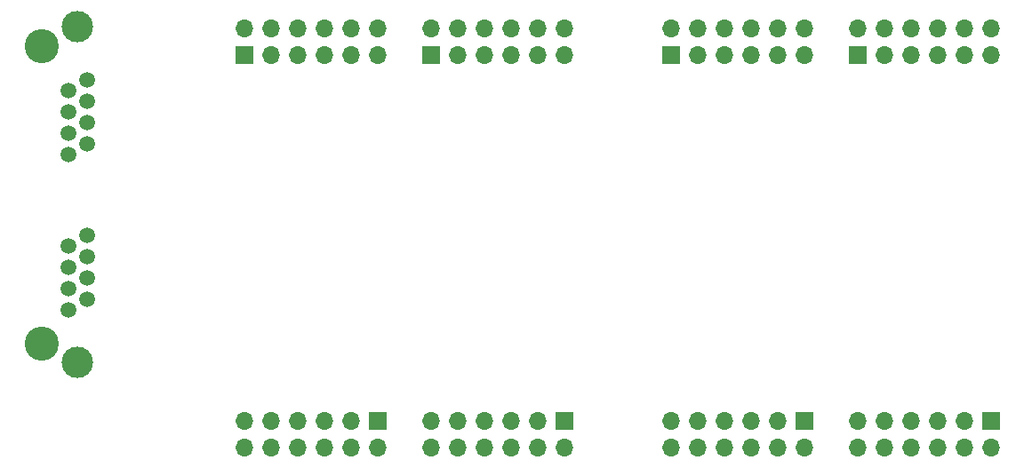
<source format=gbr>
%TF.GenerationSoftware,KiCad,Pcbnew,7.0.5*%
%TF.CreationDate,2024-02-04T09:12:31+01:00*%
%TF.ProjectId,test,74657374-2e6b-4696-9361-645f70636258,rev?*%
%TF.SameCoordinates,Original*%
%TF.FileFunction,Soldermask,Bot*%
%TF.FilePolarity,Negative*%
%FSLAX46Y46*%
G04 Gerber Fmt 4.6, Leading zero omitted, Abs format (unit mm)*
G04 Created by KiCad (PCBNEW 7.0.5) date 2024-02-04 09:12:31*
%MOMM*%
%LPD*%
G01*
G04 APERTURE LIST*
%ADD10R,1.700000X1.700000*%
%ADD11O,1.700000X1.700000*%
%ADD12C,3.250000*%
%ADD13C,1.500000*%
%ADD14C,3.000000*%
G04 APERTURE END LIST*
D10*
%TO.C,J11*%
X189230000Y-108580000D03*
D11*
X189230000Y-111120000D03*
X186690000Y-108580000D03*
X186690000Y-111120000D03*
X184150000Y-108580000D03*
X184150000Y-111120000D03*
X181610000Y-108580000D03*
X181610000Y-111120000D03*
X179070000Y-108580000D03*
X179070000Y-111120000D03*
X176530000Y-108580000D03*
X176530000Y-111120000D03*
%TD*%
D10*
%TO.C,J5*%
X135890000Y-73665000D03*
D11*
X135890000Y-71125000D03*
X138430000Y-73665000D03*
X138430000Y-71125000D03*
X140970000Y-73665000D03*
X140970000Y-71125000D03*
X143510000Y-73665000D03*
X143510000Y-71125000D03*
X146050000Y-73665000D03*
X146050000Y-71125000D03*
X148590000Y-73665000D03*
X148590000Y-71125000D03*
%TD*%
D10*
%TO.C,J7*%
X176530000Y-73665000D03*
D11*
X176530000Y-71125000D03*
X179070000Y-73665000D03*
X179070000Y-71125000D03*
X181610000Y-73665000D03*
X181610000Y-71125000D03*
X184150000Y-73665000D03*
X184150000Y-71125000D03*
X186690000Y-73665000D03*
X186690000Y-71125000D03*
X189230000Y-73665000D03*
X189230000Y-71125000D03*
%TD*%
D12*
%TO.C,J3*%
X98805000Y-72775000D03*
X98805000Y-101215000D03*
D13*
X101345000Y-97935000D03*
X103125000Y-96955000D03*
X101345000Y-95935000D03*
X103125000Y-94915000D03*
X101345000Y-93895000D03*
X103125000Y-92875000D03*
X101345000Y-91855000D03*
X103125000Y-90835000D03*
X101345000Y-83155000D03*
X103125000Y-82135000D03*
X101345000Y-81115000D03*
X103125000Y-80095000D03*
X101345000Y-79075000D03*
X103125000Y-78055000D03*
X101345000Y-77035000D03*
X103125000Y-76055000D03*
D14*
X102235000Y-70995000D03*
X102235000Y-102995000D03*
%TD*%
D10*
%TO.C,J6*%
X158750000Y-73665000D03*
D11*
X158750000Y-71125000D03*
X161290000Y-73665000D03*
X161290000Y-71125000D03*
X163830000Y-73665000D03*
X163830000Y-71125000D03*
X166370000Y-73665000D03*
X166370000Y-71125000D03*
X168910000Y-73665000D03*
X168910000Y-71125000D03*
X171450000Y-73665000D03*
X171450000Y-71125000D03*
%TD*%
D10*
%TO.C,J4*%
X118110000Y-73665000D03*
D11*
X118110000Y-71125000D03*
X120650000Y-73665000D03*
X120650000Y-71125000D03*
X123190000Y-73665000D03*
X123190000Y-71125000D03*
X125730000Y-73665000D03*
X125730000Y-71125000D03*
X128270000Y-73665000D03*
X128270000Y-71125000D03*
X130810000Y-73665000D03*
X130810000Y-71125000D03*
%TD*%
D10*
%TO.C,J8*%
X130810000Y-108580000D03*
D11*
X130810000Y-111120000D03*
X128270000Y-108580000D03*
X128270000Y-111120000D03*
X125730000Y-108580000D03*
X125730000Y-111120000D03*
X123190000Y-108580000D03*
X123190000Y-111120000D03*
X120650000Y-108580000D03*
X120650000Y-111120000D03*
X118110000Y-108580000D03*
X118110000Y-111120000D03*
%TD*%
D10*
%TO.C,J10*%
X171450000Y-108580000D03*
D11*
X171450000Y-111120000D03*
X168910000Y-108580000D03*
X168910000Y-111120000D03*
X166370000Y-108580000D03*
X166370000Y-111120000D03*
X163830000Y-108580000D03*
X163830000Y-111120000D03*
X161290000Y-108580000D03*
X161290000Y-111120000D03*
X158750000Y-108580000D03*
X158750000Y-111120000D03*
%TD*%
D10*
%TO.C,J9*%
X148590000Y-108580000D03*
D11*
X148590000Y-111120000D03*
X146050000Y-108580000D03*
X146050000Y-111120000D03*
X143510000Y-108580000D03*
X143510000Y-111120000D03*
X140970000Y-108580000D03*
X140970000Y-111120000D03*
X138430000Y-108580000D03*
X138430000Y-111120000D03*
X135890000Y-108580000D03*
X135890000Y-111120000D03*
%TD*%
M02*

</source>
